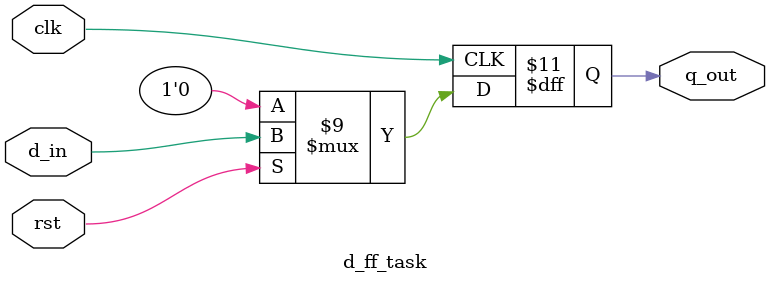
<source format=v>
`timescale 1ns / 1ps

module d_ff_task(
   input d_in,clk,rst,
   output reg q_out
);
task d_flipflop (input d_in,rst, output q_out);
begin 
        if(!rst)
            q_out = 0; 
        else
            q_out = d_in;
end
endtask
 
    always @(posedge clk)
    begin  
            d_flipflop(d_in,rst,q_out);
    end  
    
endmodule



</source>
